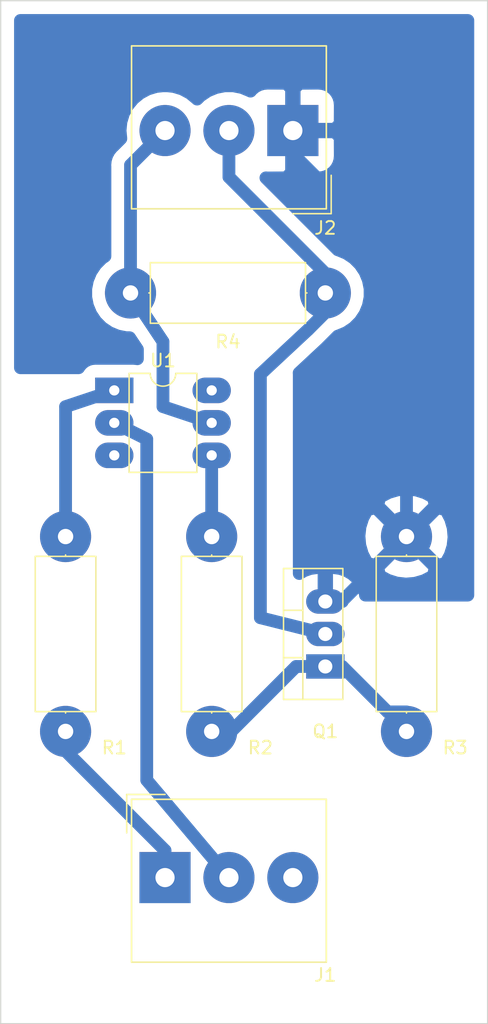
<source format=kicad_pcb>
(kicad_pcb (version 20171130) (host pcbnew "(5.1.4)-1")

  (general
    (thickness 1.6)
    (drawings 8)
    (tracks 35)
    (zones 0)
    (modules 8)
    (nets 12)
  )

  (page A4)
  (title_block
    (title "PCB - mainet-mega-rotary-pulse")
    (date 2021-03-12)
    (rev V0.1)
  )

  (layers
    (0 F.Cu signal hide)
    (31 B.Cu signal)
    (32 B.Adhes user hide)
    (33 F.Adhes user hide)
    (34 B.Paste user hide)
    (35 F.Paste user hide)
    (36 B.SilkS user hide)
    (37 F.SilkS user)
    (38 B.Mask user hide)
    (39 F.Mask user hide)
    (40 Dwgs.User user hide)
    (41 Cmts.User user hide)
    (42 Eco1.User user hide)
    (43 Eco2.User user hide)
    (44 Edge.Cuts user)
    (45 Margin user hide)
    (46 B.CrtYd user hide)
    (47 F.CrtYd user hide)
    (48 B.Fab user hide)
    (49 F.Fab user hide)
  )

  (setup
    (last_trace_width 1)
    (trace_clearance 0.2)
    (zone_clearance 0.508)
    (zone_45_only no)
    (trace_min 1)
    (via_size 0.8)
    (via_drill 0.4)
    (via_min_size 0.4)
    (via_min_drill 0.3)
    (uvia_size 0.3)
    (uvia_drill 0.1)
    (uvias_allowed no)
    (uvia_min_size 0.2)
    (uvia_min_drill 0.1)
    (edge_width 0.1)
    (segment_width 0.2)
    (pcb_text_width 0.3)
    (pcb_text_size 1.5 1.5)
    (mod_edge_width 0.15)
    (mod_text_size 1 1)
    (mod_text_width 0.15)
    (pad_size 4 4)
    (pad_drill 1.5)
    (pad_to_mask_clearance 0)
    (aux_axis_origin 0 0)
    (visible_elements 7FFFFFFF)
    (pcbplotparams
      (layerselection 0x010fc_ffffffff)
      (usegerberextensions false)
      (usegerberattributes false)
      (usegerberadvancedattributes false)
      (creategerberjobfile false)
      (excludeedgelayer true)
      (linewidth 0.100000)
      (plotframeref false)
      (viasonmask false)
      (mode 1)
      (useauxorigin false)
      (hpglpennumber 1)
      (hpglpenspeed 20)
      (hpglpendiameter 15.000000)
      (psnegative false)
      (psa4output false)
      (plotreference true)
      (plotvalue true)
      (plotinvisibletext false)
      (padsonsilk false)
      (subtractmaskfromsilk false)
      (outputformat 1)
      (mirror false)
      (drillshape 1)
      (scaleselection 1)
      (outputdirectory ""))
  )

  (net 0 "")
  (net 1 "Net-(J1-Pad3)")
  (net 2 /rotaryPulseOut-24V)
  (net 3 /+24V)
  (net 4 GNDD)
  (net 5 /rotaryPulseOutput)
  (net 6 /+5V)
  (net 7 "Net-(Q1-Pad1)")
  (net 8 "Net-(R1-Pad1)")
  (net 9 "Net-(R2-Pad1)")
  (net 10 "Net-(U1-Pad3)")
  (net 11 "Net-(U1-Pad6)")

  (net_class Default "This is the default net class."
    (clearance 0.2)
    (trace_width 1)
    (via_dia 0.8)
    (via_drill 0.4)
    (uvia_dia 0.3)
    (uvia_drill 0.1)
    (diff_pair_width 1)
    (diff_pair_gap 0.25)
    (add_net /+24V)
    (add_net /+5V)
    (add_net /rotaryPulseOut-24V)
    (add_net /rotaryPulseOutput)
    (add_net GNDD)
    (add_net "Net-(J1-Pad3)")
    (add_net "Net-(Q1-Pad1)")
    (add_net "Net-(R1-Pad1)")
    (add_net "Net-(R2-Pad1)")
    (add_net "Net-(U1-Pad3)")
    (add_net "Net-(U1-Pad6)")
  )

  (module Resistor_THT:R_Axial_DIN0414_L11.9mm_D4.5mm_P15.24mm_Horizontal (layer F.Cu) (tedit 604A3932) (tstamp 604A3B16)
    (at 170.18 53.34 270)
    (descr "Resistor, Axial_DIN0414 series, Axial, Horizontal, pin pitch=15.24mm, 2W, length*diameter=11.9*4.5mm^2, http://www.vishay.com/docs/20128/wkxwrx.pdf")
    (tags "Resistor Axial_DIN0414 series Axial Horizontal pin pitch 15.24mm 2W length 11.9mm diameter 4.5mm")
    (path /5F9873B0)
    (fp_text reference R1 (at 16.51 -3.81 180) (layer F.SilkS)
      (effects (font (size 1 1) (thickness 0.15)))
    )
    (fp_text value 2.2K (at 5.08 2.37 90) (layer F.Fab)
      (effects (font (size 1 1) (thickness 0.15)))
    )
    (fp_text user %R (at 5.08 0 90) (layer F.Fab)
      (effects (font (size 1 1) (thickness 0.15)))
    )
    (fp_line (start 16.69 -2.5) (end -1.45 -2.5) (layer F.CrtYd) (width 0.05))
    (fp_line (start 16.69 2.5) (end 16.69 -2.5) (layer F.CrtYd) (width 0.05))
    (fp_line (start -1.45 2.5) (end 16.69 2.5) (layer F.CrtYd) (width 0.05))
    (fp_line (start -1.45 -2.5) (end -1.45 2.5) (layer F.CrtYd) (width 0.05))
    (fp_line (start 13.8 0) (end 13.69 0) (layer F.SilkS) (width 0.12))
    (fp_line (start 1.44 0) (end 1.55 0) (layer F.SilkS) (width 0.12))
    (fp_line (start 13.69 -2.37) (end 1.55 -2.37) (layer F.SilkS) (width 0.12))
    (fp_line (start 13.69 2.37) (end 13.69 -2.37) (layer F.SilkS) (width 0.12))
    (fp_line (start 1.55 2.37) (end 13.69 2.37) (layer F.SilkS) (width 0.12))
    (fp_line (start 1.55 -2.37) (end 1.55 2.37) (layer F.SilkS) (width 0.12))
    (fp_line (start 15.24 0) (end 13.57 0) (layer F.Fab) (width 0.1))
    (fp_line (start 0 0) (end 1.67 0) (layer F.Fab) (width 0.1))
    (fp_line (start 13.57 -2.25) (end 1.67 -2.25) (layer F.Fab) (width 0.1))
    (fp_line (start 13.57 2.25) (end 13.57 -2.25) (layer F.Fab) (width 0.1))
    (fp_line (start 1.67 2.25) (end 13.57 2.25) (layer F.Fab) (width 0.1))
    (fp_line (start 1.67 -2.25) (end 1.67 2.25) (layer F.Fab) (width 0.1))
    (pad 2 thru_hole circle (at 15.24 0 270) (size 4 4) (drill 1.2) (layers *.Cu *.Mask)
      (net 3 /+24V))
    (pad 1 thru_hole circle (at 0 0 270) (size 4 4) (drill 1.2) (layers *.Cu *.Mask)
      (net 8 "Net-(R1-Pad1)"))
    (model ${KISYS3DMOD}/Resistor_THT.3dshapes/R_Axial_DIN0414_L11.9mm_D4.5mm_P15.24mm_Horizontal.wrl
      (at (xyz 0 0 0))
      (scale (xyz 1 1 1))
      (rotate (xyz 0 0 0))
    )
  )

  (module Resistor_THT:R_Axial_DIN0414_L11.9mm_D4.5mm_P15.24mm_Horizontal (layer F.Cu) (tedit 604A3948) (tstamp 604A324D)
    (at 181.61 53.34 270)
    (descr "Resistor, Axial_DIN0414 series, Axial, Horizontal, pin pitch=15.24mm, 2W, length*diameter=11.9*4.5mm^2, http://www.vishay.com/docs/20128/wkxwrx.pdf")
    (tags "Resistor Axial_DIN0414 series Axial Horizontal pin pitch 15.24mm 2W length 11.9mm diameter 4.5mm")
    (path /5F987394)
    (fp_text reference R2 (at 16.51 -3.81 180) (layer F.SilkS)
      (effects (font (size 1 1) (thickness 0.15)))
    )
    (fp_text value 1K (at 5.08 2.37 90) (layer F.Fab)
      (effects (font (size 1 1) (thickness 0.15)))
    )
    (fp_text user %R (at 5.08 0 90) (layer F.Fab)
      (effects (font (size 1 1) (thickness 0.15)))
    )
    (fp_line (start 16.69 -2.5) (end -1.45 -2.5) (layer F.CrtYd) (width 0.05))
    (fp_line (start 16.69 2.5) (end 16.69 -2.5) (layer F.CrtYd) (width 0.05))
    (fp_line (start -1.45 2.5) (end 16.69 2.5) (layer F.CrtYd) (width 0.05))
    (fp_line (start -1.45 -2.5) (end -1.45 2.5) (layer F.CrtYd) (width 0.05))
    (fp_line (start 13.8 0) (end 13.69 0) (layer F.SilkS) (width 0.12))
    (fp_line (start 1.44 0) (end 1.55 0) (layer F.SilkS) (width 0.12))
    (fp_line (start 13.69 -2.37) (end 1.55 -2.37) (layer F.SilkS) (width 0.12))
    (fp_line (start 13.69 2.37) (end 13.69 -2.37) (layer F.SilkS) (width 0.12))
    (fp_line (start 1.55 2.37) (end 13.69 2.37) (layer F.SilkS) (width 0.12))
    (fp_line (start 1.55 -2.37) (end 1.55 2.37) (layer F.SilkS) (width 0.12))
    (fp_line (start 15.24 0) (end 13.57 0) (layer F.Fab) (width 0.1))
    (fp_line (start 0 0) (end 1.67 0) (layer F.Fab) (width 0.1))
    (fp_line (start 13.57 -2.25) (end 1.67 -2.25) (layer F.Fab) (width 0.1))
    (fp_line (start 13.57 2.25) (end 13.57 -2.25) (layer F.Fab) (width 0.1))
    (fp_line (start 1.67 2.25) (end 13.57 2.25) (layer F.Fab) (width 0.1))
    (fp_line (start 1.67 -2.25) (end 1.67 2.25) (layer F.Fab) (width 0.1))
    (pad 2 thru_hole circle (at 15.24 0 270) (size 4 4) (drill 1.2) (layers *.Cu *.Mask)
      (net 7 "Net-(Q1-Pad1)"))
    (pad 1 thru_hole circle (at 0 0 270) (size 4 4) (drill 1.2) (layers *.Cu *.Mask)
      (net 9 "Net-(R2-Pad1)"))
    (model ${KISYS3DMOD}/Resistor_THT.3dshapes/R_Axial_DIN0414_L11.9mm_D4.5mm_P15.24mm_Horizontal.wrl
      (at (xyz 0 0 0))
      (scale (xyz 1 1 1))
      (rotate (xyz 0 0 0))
    )
  )

  (module Resistor_THT:R_Axial_DIN0414_L11.9mm_D4.5mm_P15.24mm_Horizontal (layer F.Cu) (tedit 604A3966) (tstamp 604A37B9)
    (at 196.85 53.34 270)
    (descr "Resistor, Axial_DIN0414 series, Axial, Horizontal, pin pitch=15.24mm, 2W, length*diameter=11.9*4.5mm^2, http://www.vishay.com/docs/20128/wkxwrx.pdf")
    (tags "Resistor Axial_DIN0414 series Axial Horizontal pin pitch 15.24mm 2W length 11.9mm diameter 4.5mm")
    (path /5F987386)
    (fp_text reference R3 (at 16.51 -3.81) (layer F.SilkS)
      (effects (font (size 1 1) (thickness 0.15)))
    )
    (fp_text value 6.8K (at 5.08 2.37 270) (layer F.Fab)
      (effects (font (size 1 1) (thickness 0.15)))
    )
    (fp_text user %R (at 5.274999 -0.855001 270) (layer F.Fab)
      (effects (font (size 1 1) (thickness 0.15)))
    )
    (fp_line (start 16.69 -2.5) (end -1.45 -2.5) (layer F.CrtYd) (width 0.05))
    (fp_line (start 16.69 2.5) (end 16.69 -2.5) (layer F.CrtYd) (width 0.05))
    (fp_line (start -1.45 2.5) (end 16.69 2.5) (layer F.CrtYd) (width 0.05))
    (fp_line (start -1.45 -2.5) (end -1.45 2.5) (layer F.CrtYd) (width 0.05))
    (fp_line (start 13.8 0) (end 13.69 0) (layer F.SilkS) (width 0.12))
    (fp_line (start 1.44 0) (end 1.55 0) (layer F.SilkS) (width 0.12))
    (fp_line (start 13.69 -2.37) (end 1.55 -2.37) (layer F.SilkS) (width 0.12))
    (fp_line (start 13.69 2.37) (end 13.69 -2.37) (layer F.SilkS) (width 0.12))
    (fp_line (start 1.55 2.37) (end 13.69 2.37) (layer F.SilkS) (width 0.12))
    (fp_line (start 1.55 -2.37) (end 1.55 2.37) (layer F.SilkS) (width 0.12))
    (fp_line (start 15.24 0) (end 13.57 0) (layer F.Fab) (width 0.1))
    (fp_line (start 0 0) (end 1.67 0) (layer F.Fab) (width 0.1))
    (fp_line (start 13.57 -2.25) (end 1.67 -2.25) (layer F.Fab) (width 0.1))
    (fp_line (start 13.57 2.25) (end 13.57 -2.25) (layer F.Fab) (width 0.1))
    (fp_line (start 1.67 2.25) (end 13.57 2.25) (layer F.Fab) (width 0.1))
    (fp_line (start 1.67 -2.25) (end 1.67 2.25) (layer F.Fab) (width 0.1))
    (pad 2 thru_hole circle (at 15.24 0 270) (size 4 4) (drill 1.2) (layers *.Cu *.Mask)
      (net 7 "Net-(Q1-Pad1)"))
    (pad 1 thru_hole circle (at 0 0 270) (size 4 4) (drill 1.2) (layers *.Cu *.Mask)
      (net 4 GNDD))
    (model ${KISYS3DMOD}/Resistor_THT.3dshapes/R_Axial_DIN0414_L11.9mm_D4.5mm_P15.24mm_Horizontal.wrl
      (at (xyz 0 0 0))
      (scale (xyz 1 1 1))
      (rotate (xyz 0 0 0))
    )
  )

  (module Resistor_THT:R_Axial_DIN0414_L11.9mm_D4.5mm_P15.24mm_Horizontal (layer F.Cu) (tedit 604A397C) (tstamp 604A327B)
    (at 175.26 34.29)
    (descr "Resistor, Axial_DIN0414 series, Axial, Horizontal, pin pitch=15.24mm, 2W, length*diameter=11.9*4.5mm^2, http://www.vishay.com/docs/20128/wkxwrx.pdf")
    (tags "Resistor Axial_DIN0414 series Axial Horizontal pin pitch 15.24mm 2W length 11.9mm diameter 4.5mm")
    (path /5F9873EB)
    (fp_text reference R4 (at 7.62 3.81) (layer F.SilkS)
      (effects (font (size 1 1) (thickness 0.15)))
    )
    (fp_text value 20k (at 5.08 2.37) (layer F.Fab)
      (effects (font (size 1 1) (thickness 0.15)))
    )
    (fp_text user %R (at 5.08 0) (layer F.Fab)
      (effects (font (size 1 1) (thickness 0.15)))
    )
    (fp_line (start 16.69 -2.5) (end -1.45 -2.5) (layer F.CrtYd) (width 0.05))
    (fp_line (start 16.69 2.5) (end 16.69 -2.5) (layer F.CrtYd) (width 0.05))
    (fp_line (start -1.45 2.5) (end 16.69 2.5) (layer F.CrtYd) (width 0.05))
    (fp_line (start -1.45 -2.5) (end -1.45 2.5) (layer F.CrtYd) (width 0.05))
    (fp_line (start 13.8 0) (end 13.69 0) (layer F.SilkS) (width 0.12))
    (fp_line (start 1.44 0) (end 1.55 0) (layer F.SilkS) (width 0.12))
    (fp_line (start 13.69 -2.37) (end 1.55 -2.37) (layer F.SilkS) (width 0.12))
    (fp_line (start 13.69 2.37) (end 13.69 -2.37) (layer F.SilkS) (width 0.12))
    (fp_line (start 1.55 2.37) (end 13.69 2.37) (layer F.SilkS) (width 0.12))
    (fp_line (start 1.55 -2.37) (end 1.55 2.37) (layer F.SilkS) (width 0.12))
    (fp_line (start 15.24 0) (end 13.57 0) (layer F.Fab) (width 0.1))
    (fp_line (start 0 0) (end 1.67 0) (layer F.Fab) (width 0.1))
    (fp_line (start 13.57 -2.25) (end 1.67 -2.25) (layer F.Fab) (width 0.1))
    (fp_line (start 13.57 2.25) (end 13.57 -2.25) (layer F.Fab) (width 0.1))
    (fp_line (start 1.67 2.25) (end 13.57 2.25) (layer F.Fab) (width 0.1))
    (fp_line (start 1.67 -2.25) (end 1.67 2.25) (layer F.Fab) (width 0.1))
    (pad 2 thru_hole circle (at 15.24 0) (size 4 4) (drill 1.2) (layers *.Cu *.Mask)
      (net 5 /rotaryPulseOutput))
    (pad 1 thru_hole circle (at 0 0) (size 4 4) (drill 1.2) (layers *.Cu *.Mask)
      (net 6 /+5V))
    (model ${KISYS3DMOD}/Resistor_THT.3dshapes/R_Axial_DIN0414_L11.9mm_D4.5mm_P15.24mm_Horizontal.wrl
      (at (xyz 0 0 0))
      (scale (xyz 1 1 1))
      (rotate (xyz 0 0 0))
    )
  )

  (module TerminalBlock_Altech:Altech_AK300_1x03_P5.00mm_45-Degree (layer F.Cu) (tedit 604A51EB) (tstamp 604A31EA)
    (at 177.96 80.01)
    (descr "Altech AK300 serie terminal block (Script generated with StandardBox.py) (http://www.altechcorp.com/PDFS/PCBMETRC.PDF)")
    (tags "Altech AK300 serie connector")
    (path /5FABEB04)
    (fp_text reference J1 (at 12.54 7.62) (layer F.SilkS)
      (effects (font (size 1 1) (thickness 0.15)))
    )
    (fp_text value Screw_Terminal_01x03 (at 5 7.5) (layer F.Fab)
      (effects (font (size 1 1) (thickness 0.15)))
    )
    (fp_text user %R (at 5 0.25) (layer F.Fab)
      (effects (font (size 1 1) (thickness 0.15)))
    )
    (fp_line (start -2.75 -6.25) (end -2.75 6.75) (layer F.CrtYd) (width 0.05))
    (fp_line (start -2.75 6.75) (end 12.75 6.75) (layer F.CrtYd) (width 0.05))
    (fp_line (start 12.75 -6.25) (end 12.75 6.75) (layer F.CrtYd) (width 0.05))
    (fp_line (start -2.75 -6.25) (end 12.75 -6.25) (layer F.CrtYd) (width 0.05))
    (fp_line (start -2.62 -6.12) (end -2.62 6.62) (layer F.SilkS) (width 0.12))
    (fp_line (start -2.62 6.62) (end 12.62 6.62) (layer F.SilkS) (width 0.12))
    (fp_line (start 12.62 -6.12) (end 12.62 6.62) (layer F.SilkS) (width 0.12))
    (fp_line (start -2.62 -6.12) (end 12.62 -6.12) (layer F.SilkS) (width 0.12))
    (fp_line (start -2.62 -6.12) (end -2.62 6.62) (layer F.SilkS) (width 0.12))
    (fp_line (start -2.62 6.62) (end 12.62 6.62) (layer F.SilkS) (width 0.12))
    (fp_line (start 12.62 -6.12) (end 12.62 6.62) (layer F.SilkS) (width 0.12))
    (fp_line (start -2.62 -6.12) (end 12.62 -6.12) (layer F.SilkS) (width 0.12))
    (fp_line (start -3 -6.5) (end 0 -6.5) (layer F.SilkS) (width 0.12))
    (fp_line (start -3 -3.5) (end -3 -6.5) (layer F.SilkS) (width 0.12))
    (fp_line (start -2.5 -5.5) (end -2 -6) (layer F.Fab) (width 0.1))
    (fp_line (start -2.5 6.5) (end -2.5 -5.5) (layer F.Fab) (width 0.1))
    (fp_line (start 12.5 6.5) (end -2.5 6.5) (layer F.Fab) (width 0.1))
    (fp_line (start 12.5 -6) (end 12.5 6.5) (layer F.Fab) (width 0.1))
    (fp_line (start -2 -6) (end 12.5 -6) (layer F.Fab) (width 0.1))
    (pad 3 thru_hole circle (at 10 0) (size 4 4) (drill 1.5) (layers *.Cu *.Mask)
      (net 1 "Net-(J1-Pad3)"))
    (pad 2 thru_hole circle (at 5 0) (size 4 4) (drill 1.5) (layers *.Cu *.Mask)
      (net 2 /rotaryPulseOut-24V))
    (pad 1 thru_hole rect (at 0 0) (size 4 4) (drill 1.5) (layers *.Cu *.Mask)
      (net 3 /+24V))
    (model ${KISYS3DMOD}/TerminalBlock_Altech.3dshapes/Altech_AK300_1x03_P5.00mm_45-Degree.wrl
      (at (xyz 0 0 0))
      (scale (xyz 1 1 1))
      (rotate (xyz 0 0 0))
    )
  )

  (module TerminalBlock_Altech:Altech_AK300_1x03_P5.00mm_45-Degree (layer F.Cu) (tedit 604A5258) (tstamp 604A3205)
    (at 187.96 21.59 180)
    (descr "Altech AK300 serie terminal block (Script generated with StandardBox.py) (http://www.altechcorp.com/PDFS/PCBMETRC.PDF)")
    (tags "Altech AK300 serie connector")
    (path /5F9873C9)
    (fp_text reference J2 (at -2.54 -7.62) (layer F.SilkS)
      (effects (font (size 1 1) (thickness 0.15)))
    )
    (fp_text value Screw_Terminal_01x03 (at 5 7.5) (layer F.Fab)
      (effects (font (size 1 1) (thickness 0.15)))
    )
    (fp_line (start -2 -6) (end 12.5 -6) (layer F.Fab) (width 0.1))
    (fp_line (start 12.5 -6) (end 12.5 6.5) (layer F.Fab) (width 0.1))
    (fp_line (start 12.5 6.5) (end -2.5 6.5) (layer F.Fab) (width 0.1))
    (fp_line (start -2.5 6.5) (end -2.5 -5.5) (layer F.Fab) (width 0.1))
    (fp_line (start -2.5 -5.5) (end -2 -6) (layer F.Fab) (width 0.1))
    (fp_line (start -3 -3.5) (end -3 -6.5) (layer F.SilkS) (width 0.12))
    (fp_line (start -3 -6.5) (end 0 -6.5) (layer F.SilkS) (width 0.12))
    (fp_line (start -2.62 -6.12) (end 12.62 -6.12) (layer F.SilkS) (width 0.12))
    (fp_line (start 12.62 -6.12) (end 12.62 6.62) (layer F.SilkS) (width 0.12))
    (fp_line (start -2.62 6.62) (end 12.62 6.62) (layer F.SilkS) (width 0.12))
    (fp_line (start -2.62 -6.12) (end -2.62 6.62) (layer F.SilkS) (width 0.12))
    (fp_line (start -2.62 -6.12) (end 12.62 -6.12) (layer F.SilkS) (width 0.12))
    (fp_line (start 12.62 -6.12) (end 12.62 6.62) (layer F.SilkS) (width 0.12))
    (fp_line (start -2.62 6.62) (end 12.62 6.62) (layer F.SilkS) (width 0.12))
    (fp_line (start -2.62 -6.12) (end -2.62 6.62) (layer F.SilkS) (width 0.12))
    (fp_line (start -2.75 -6.25) (end 12.75 -6.25) (layer F.CrtYd) (width 0.05))
    (fp_line (start 12.75 -6.25) (end 12.75 6.75) (layer F.CrtYd) (width 0.05))
    (fp_line (start -2.75 6.75) (end 12.75 6.75) (layer F.CrtYd) (width 0.05))
    (fp_line (start -2.75 -6.25) (end -2.75 6.75) (layer F.CrtYd) (width 0.05))
    (fp_text user %R (at 5 0.25) (layer F.Fab)
      (effects (font (size 1 1) (thickness 0.15)))
    )
    (pad 1 thru_hole rect (at 0 0 180) (size 4 4) (drill 1.5) (layers *.Cu *.Mask)
      (net 4 GNDD))
    (pad 2 thru_hole circle (at 5 0 180) (size 4 4) (drill 1.5) (layers *.Cu *.Mask)
      (net 5 /rotaryPulseOutput))
    (pad 3 thru_hole oval (at 10 0 180) (size 4 4) (drill 1.5) (layers *.Cu *.Mask)
      (net 6 /+5V))
    (model ${KISYS3DMOD}/TerminalBlock_Altech.3dshapes/Altech_AK300_1x03_P5.00mm_45-Degree.wrl
      (at (xyz 0 0 0))
      (scale (xyz 1 1 1))
      (rotate (xyz 0 0 0))
    )
  )

  (module Package_TO_SOT_THT:TO-220-3_Vertical (layer F.Cu) (tedit 604A38EC) (tstamp 604A321F)
    (at 190.5 63.5 90)
    (descr "TO-220-3, Vertical, RM 2.54mm, see https://www.vishay.com/docs/66542/to-220-1.pdf")
    (tags "TO-220-3 Vertical RM 2.54mm")
    (path /5F98737A)
    (fp_text reference Q1 (at -5.08 0 180) (layer F.SilkS)
      (effects (font (size 1 1) (thickness 0.15)))
    )
    (fp_text value BUK9518-55 (at 2.54 2.5 90) (layer F.Fab)
      (effects (font (size 1 1) (thickness 0.15)))
    )
    (fp_line (start -2.46 -3.15) (end -2.46 1.25) (layer F.Fab) (width 0.1))
    (fp_line (start -2.46 1.25) (end 7.54 1.25) (layer F.Fab) (width 0.1))
    (fp_line (start 7.54 1.25) (end 7.54 -3.15) (layer F.Fab) (width 0.1))
    (fp_line (start 7.54 -3.15) (end -2.46 -3.15) (layer F.Fab) (width 0.1))
    (fp_line (start -2.46 -1.88) (end 7.54 -1.88) (layer F.Fab) (width 0.1))
    (fp_line (start 0.69 -3.15) (end 0.69 -1.88) (layer F.Fab) (width 0.1))
    (fp_line (start 4.39 -3.15) (end 4.39 -1.88) (layer F.Fab) (width 0.1))
    (fp_line (start -2.58 -3.27) (end 7.66 -3.27) (layer F.SilkS) (width 0.12))
    (fp_line (start -2.58 1.371) (end 7.66 1.371) (layer F.SilkS) (width 0.12))
    (fp_line (start -2.58 -3.27) (end -2.58 1.371) (layer F.SilkS) (width 0.12))
    (fp_line (start 7.66 -3.27) (end 7.66 1.371) (layer F.SilkS) (width 0.12))
    (fp_line (start -2.58 -1.76) (end 7.66 -1.76) (layer F.SilkS) (width 0.12))
    (fp_line (start 0.69 -3.27) (end 0.69 -1.76) (layer F.SilkS) (width 0.12))
    (fp_line (start 4.391 -3.27) (end 4.391 -1.76) (layer F.SilkS) (width 0.12))
    (fp_line (start -2.71 -3.4) (end -2.71 1.51) (layer F.CrtYd) (width 0.05))
    (fp_line (start -2.71 1.51) (end 7.79 1.51) (layer F.CrtYd) (width 0.05))
    (fp_line (start 7.79 1.51) (end 7.79 -3.4) (layer F.CrtYd) (width 0.05))
    (fp_line (start 7.79 -3.4) (end -2.71 -3.4) (layer F.CrtYd) (width 0.05))
    (fp_text user %R (at 2.54 -4.27 90) (layer F.Fab)
      (effects (font (size 1 1) (thickness 0.15)))
    )
    (pad 1 thru_hole rect (at 0 0 90) (size 1.905 3) (drill 1.1) (layers *.Cu *.Mask)
      (net 7 "Net-(Q1-Pad1)"))
    (pad 2 thru_hole oval (at 2.54 0 90) (size 1.905 3) (drill 1.1) (layers *.Cu *.Mask)
      (net 5 /rotaryPulseOutput))
    (pad 3 thru_hole oval (at 5.08 0 90) (size 1.905 3) (drill 1.1) (layers *.Cu *.Mask)
      (net 4 GNDD))
    (model ${KISYS3DMOD}/Package_TO_SOT_THT.3dshapes/TO-220-3_Vertical.wrl
      (at (xyz 0 0 0))
      (scale (xyz 1 1 1))
      (rotate (xyz 0 0 0))
    )
  )

  (module Package_DIP:DIP-6_W7.62mm (layer F.Cu) (tedit 604A507E) (tstamp 604A3295)
    (at 173.99 41.91)
    (descr "6-lead though-hole mounted DIP package, row spacing 7.62 mm (300 mils)")
    (tags "THT DIP DIL PDIP 2.54mm 7.62mm 300mil")
    (path /5F987380)
    (fp_text reference U1 (at 3.81 -2.33) (layer F.SilkS)
      (effects (font (size 1 1) (thickness 0.15)))
    )
    (fp_text value 4N38 (at 3.81 7.41) (layer F.Fab)
      (effects (font (size 1 1) (thickness 0.15)))
    )
    (fp_arc (start 3.81 -1.33) (end 2.81 -1.33) (angle -180) (layer F.SilkS) (width 0.12))
    (fp_line (start 1.635 -1.27) (end 6.985 -1.27) (layer F.Fab) (width 0.1))
    (fp_line (start 6.985 -1.27) (end 6.985 6.35) (layer F.Fab) (width 0.1))
    (fp_line (start 6.985 6.35) (end 0.635 6.35) (layer F.Fab) (width 0.1))
    (fp_line (start 0.635 6.35) (end 0.635 -0.27) (layer F.Fab) (width 0.1))
    (fp_line (start 0.635 -0.27) (end 1.635 -1.27) (layer F.Fab) (width 0.1))
    (fp_line (start 2.81 -1.33) (end 1.16 -1.33) (layer F.SilkS) (width 0.12))
    (fp_line (start 1.16 -1.33) (end 1.16 6.41) (layer F.SilkS) (width 0.12))
    (fp_line (start 1.16 6.41) (end 6.46 6.41) (layer F.SilkS) (width 0.12))
    (fp_line (start 6.46 6.41) (end 6.46 -1.33) (layer F.SilkS) (width 0.12))
    (fp_line (start 6.46 -1.33) (end 4.81 -1.33) (layer F.SilkS) (width 0.12))
    (fp_line (start -1.1 -1.55) (end -1.1 6.6) (layer F.CrtYd) (width 0.05))
    (fp_line (start -1.1 6.6) (end 8.7 6.6) (layer F.CrtYd) (width 0.05))
    (fp_line (start 8.7 6.6) (end 8.7 -1.55) (layer F.CrtYd) (width 0.05))
    (fp_line (start 8.7 -1.55) (end -1.1 -1.55) (layer F.CrtYd) (width 0.05))
    (fp_text user %R (at 3.81 2.54) (layer F.Fab)
      (effects (font (size 1 1) (thickness 0.15)))
    )
    (pad 1 thru_hole rect (at 0 0) (size 3 2) (drill 0.8) (layers *.Cu *.Mask)
      (net 8 "Net-(R1-Pad1)"))
    (pad 4 thru_hole oval (at 7.62 5.08) (size 3 2) (drill 0.8) (layers *.Cu *.Mask)
      (net 9 "Net-(R2-Pad1)"))
    (pad 2 thru_hole oval (at 0 2.54) (size 3 2) (drill 0.8) (layers *.Cu *.Mask)
      (net 2 /rotaryPulseOut-24V))
    (pad 5 thru_hole oval (at 7.62 2.54) (size 3 2) (drill 0.8) (layers *.Cu *.Mask)
      (net 6 /+5V))
    (pad 3 thru_hole oval (at 0 5.08) (size 3 2) (drill 0.8) (layers *.Cu *.Mask)
      (net 10 "Net-(U1-Pad3)"))
    (pad 6 thru_hole oval (at 7.62 0) (size 3 2) (drill 0.8) (layers *.Cu *.Mask)
      (net 11 "Net-(U1-Pad6)"))
    (model ${KISYS3DMOD}/Package_DIP.3dshapes/DIP-6_W7.62mm.wrl
      (at (xyz 0 0 0))
      (scale (xyz 1 1 1))
      (rotate (xyz 0 0 0))
    )
  )

  (gr_line (start 165.1 91.44) (end 165.1 11.43) (layer Edge.Cuts) (width 0.1) (tstamp 609BE5E2))
  (gr_line (start 203.2 91.44) (end 165.1 91.44) (layer Edge.Cuts) (width 0.1))
  (gr_line (start 203.2 11.43) (end 203.2 91.44) (layer Edge.Cuts) (width 0.1))
  (gr_line (start 165.1 11.43) (end 203.2 11.43) (layer Edge.Cuts) (width 0.1))
  (gr_line (start 203.2 11.43) (end 203.2 91.44) (layer Margin) (width 0.15) (tstamp 604A51F6))
  (gr_line (start 165.1 11.43) (end 203.2 11.43) (layer Margin) (width 0.15))
  (gr_line (start 165.1 91.44) (end 165.1 11.43) (layer Margin) (width 0.15))
  (gr_line (start 203.2 91.44) (end 165.1 91.44) (layer Margin) (width 0.15))

  (segment (start 176.53 72.39) (end 182.96 80.01) (width 1) (layer B.Cu) (net 2))
  (segment (start 173.99 44.45) (end 176.53 45.72) (width 1) (layer B.Cu) (net 2))
  (segment (start 176.53 45.72) (end 176.53 72.39) (width 1) (layer B.Cu) (net 2))
  (segment (start 170.18 68.58) (end 170.18 70.1053) (width 1) (layer B.Cu) (net 3))
  (segment (start 177.96 80.01) (end 177.96 77.8853) (width 1) (layer B.Cu) (net 3))
  (segment (start 177.96 77.8853) (end 170.18 70.1053) (width 1) (layer B.Cu) (net 3))
  (segment (start 187.96 21.59) (end 187.96 23.4153) (width 1) (layer B.Cu) (net 4))
  (segment (start 187.96 23.4153) (end 196.85 32.3053) (width 1) (layer B.Cu) (net 4))
  (segment (start 196.85 32.3053) (end 196.85 53.34) (width 1) (layer B.Cu) (net 4))
  (segment (start 190.5 58.42) (end 191.8253 58.42) (width 1) (layer B.Cu) (net 4))
  (segment (start 191.8253 58.42) (end 191.8253 58.3647) (width 1) (layer B.Cu) (net 4))
  (segment (start 191.8253 58.3647) (end 196.85 53.34) (width 1) (layer B.Cu) (net 4))
  (segment (start 190.5 34.29) (end 190.5 32.7647) (width 1) (layer B.Cu) (net 5))
  (segment (start 182.96 21.59) (end 182.96 25.2247) (width 1) (layer B.Cu) (net 5))
  (segment (start 182.96 25.2247) (end 190.5 32.7647) (width 1) (layer B.Cu) (net 5))
  (segment (start 185.42 59.69) (end 190.5 60.96) (width 1) (layer B.Cu) (net 5))
  (segment (start 185.42 40.64) (end 185.42 59.69) (width 1) (layer B.Cu) (net 5))
  (segment (start 189.1594 37.1559) (end 185.42 40.64) (width 1) (layer B.Cu) (net 5))
  (segment (start 190.5 34.29) (end 190.5 35.8153) (width 1) (layer B.Cu) (net 5))
  (segment (start 190.5 35.8153) (end 189.1594 37.1559) (width 1) (layer B.Cu) (net 5))
  (segment (start 177.96 21.59) (end 175.26 24.29) (width 1) (layer B.Cu) (net 6))
  (segment (start 175.26 24.29) (end 175.26 34.29) (width 1) (layer B.Cu) (net 6))
  (segment (start 177.8 38.1) (end 175.26 34.29) (width 1) (layer B.Cu) (net 6))
  (segment (start 181.61 44.45) (end 177.8 43.18) (width 1) (layer B.Cu) (net 6))
  (segment (start 177.8 43.18) (end 177.8 38.1) (width 1) (layer B.Cu) (net 6))
  (segment (start 196.85 68.58) (end 196.85 67.0547) (width 1) (layer B.Cu) (net 7))
  (segment (start 190.5 63.5) (end 191.8253 63.5) (width 1) (layer B.Cu) (net 7))
  (segment (start 191.8253 63.5) (end 195.38 67.0547) (width 1) (layer B.Cu) (net 7))
  (segment (start 195.38 67.0547) (end 196.85 67.0547) (width 1) (layer B.Cu) (net 7))
  (segment (start 183.1353 68.58) (end 188.2153 63.5) (width 1) (layer B.Cu) (net 7))
  (segment (start 188.2153 63.5) (end 190.5 63.5) (width 1) (layer B.Cu) (net 7))
  (segment (start 181.61 68.58) (end 183.1353 68.58) (width 1) (layer B.Cu) (net 7))
  (segment (start 170.18 43.18) (end 173.99 41.91) (width 1) (layer B.Cu) (net 8))
  (segment (start 170.18 53.34) (end 170.18 43.18) (width 1) (layer B.Cu) (net 8))
  (segment (start 181.61 46.99) (end 181.61 53.34) (width 1) (layer B.Cu) (net 9))

  (zone (net 4) (net_name GNDD) (layer B.Cu) (tstamp 0) (hatch edge 0.508)
    (connect_pads (clearance 1))
    (min_thickness 1)
    (fill yes (arc_segments 32) (thermal_gap 1.2) (thermal_bridge_width 1.2))
    (polygon
      (pts
        (xy 165.1 11.43) (xy 203.2 11.43) (xy 203.2 58.42) (xy 187.96 58.42) (xy 187.96 40.64)
        (xy 165.1 40.64)
      )
    )
    (filled_polygon
      (pts
        (xy 201.650001 57.92) (xy 193.6376 57.92) (xy 193.649837 57.906584) (xy 193.536359 57.49732) (xy 193.30853 57.029497)
        (xy 192.993811 56.61511) (xy 192.604297 56.270084) (xy 192.154956 56.007678) (xy 191.663056 55.837976) (xy 191.1475 55.7675)
        (xy 190.6 55.7675) (xy 190.6 57.92) (xy 190.4 57.92) (xy 190.4 55.7675) (xy 189.8525 55.7675)
        (xy 189.336944 55.837976) (xy 188.845044 56.007678) (xy 188.46 56.232536) (xy 188.46 55.738071) (xy 194.593351 55.738071)
        (xy 194.746364 56.405538) (xy 195.384842 56.757033) (xy 196.079624 56.977214) (xy 196.804012 57.057619) (xy 197.530167 56.995157)
        (xy 198.230183 56.792231) (xy 198.877161 56.456637) (xy 198.953636 56.405538) (xy 199.106649 55.738071) (xy 196.85 53.481421)
        (xy 194.593351 55.738071) (xy 188.46 55.738071) (xy 188.46 53.294012) (xy 193.132381 53.294012) (xy 193.194843 54.020167)
        (xy 193.397769 54.720183) (xy 193.733363 55.367161) (xy 193.784462 55.443636) (xy 194.451929 55.596649) (xy 196.708579 53.34)
        (xy 196.991421 53.34) (xy 199.248071 55.596649) (xy 199.915538 55.443636) (xy 200.267033 54.805158) (xy 200.487214 54.110376)
        (xy 200.567619 53.385988) (xy 200.505157 52.659833) (xy 200.302231 51.959817) (xy 199.966637 51.312839) (xy 199.915538 51.236364)
        (xy 199.248071 51.083351) (xy 196.991421 53.34) (xy 196.708579 53.34) (xy 194.451929 51.083351) (xy 193.784462 51.236364)
        (xy 193.432967 51.874842) (xy 193.212786 52.569624) (xy 193.132381 53.294012) (xy 188.46 53.294012) (xy 188.46 50.941929)
        (xy 194.593351 50.941929) (xy 196.85 53.198579) (xy 199.106649 50.941929) (xy 198.953636 50.274462) (xy 198.315158 49.922967)
        (xy 197.620376 49.702786) (xy 196.895988 49.622381) (xy 196.169833 49.684843) (xy 195.469817 49.887769) (xy 194.822839 50.223363)
        (xy 194.746364 50.274462) (xy 194.593351 50.941929) (xy 188.46 50.941929) (xy 188.46 40.64) (xy 188.451081 40.549439)
        (xy 190.476793 38.662029) (xy 190.504138 38.639588) (xy 190.548615 38.595111) (xy 190.594665 38.552205) (xy 190.618073 38.525653)
        (xy 191.480114 37.663612) (xy 191.520912 37.655497) (xy 192.157872 37.39166) (xy 192.73112 37.008628) (xy 193.218628 36.52112)
        (xy 193.60166 35.947872) (xy 193.865497 35.310912) (xy 194 34.63472) (xy 194 33.94528) (xy 193.865497 33.269088)
        (xy 193.60166 32.632128) (xy 193.218628 32.05888) (xy 192.73112 31.571372) (xy 192.157872 31.18834) (xy 191.520912 30.924503)
        (xy 191.480115 30.916388) (xy 185.85124 25.287514) (xy 185.96 25.298226) (xy 187.435 25.29) (xy 187.86 24.865)
        (xy 187.86 21.69) (xy 188.06 21.69) (xy 188.06 24.865) (xy 188.485 25.29) (xy 189.96 25.298226)
        (xy 190.293258 25.265403) (xy 190.61371 25.168195) (xy 190.90904 25.010338) (xy 191.167898 24.797898) (xy 191.380338 24.53904)
        (xy 191.538195 24.24371) (xy 191.635403 23.923258) (xy 191.668226 23.59) (xy 191.66 22.115) (xy 191.235 21.69)
        (xy 188.06 21.69) (xy 187.86 21.69) (xy 187.84 21.69) (xy 187.84 21.49) (xy 187.86 21.49)
        (xy 187.86 18.315) (xy 188.06 18.315) (xy 188.06 21.49) (xy 191.235 21.49) (xy 191.66 21.065)
        (xy 191.668226 19.59) (xy 191.635403 19.256742) (xy 191.538195 18.93629) (xy 191.380338 18.64096) (xy 191.167898 18.382102)
        (xy 190.90904 18.169662) (xy 190.61371 18.011805) (xy 190.293258 17.914597) (xy 189.96 17.881774) (xy 188.485 17.89)
        (xy 188.06 18.315) (xy 187.86 18.315) (xy 187.435 17.89) (xy 185.96 17.881774) (xy 185.626742 17.914597)
        (xy 185.30629 18.011805) (xy 185.01096 18.169662) (xy 184.752102 18.382102) (xy 184.648254 18.508641) (xy 184.617872 18.48834)
        (xy 183.980912 18.224503) (xy 183.30472 18.09) (xy 182.61528 18.09) (xy 181.939088 18.224503) (xy 181.302128 18.48834)
        (xy 180.72888 18.871372) (xy 180.4695 19.130752) (xy 180.446849 19.103151) (xy 179.913904 18.665775) (xy 179.305873 18.340776)
        (xy 178.64612 18.140642) (xy 178.131944 18.09) (xy 177.788056 18.09) (xy 177.27388 18.140642) (xy 176.614127 18.340776)
        (xy 176.006096 18.665775) (xy 175.473151 19.103151) (xy 175.035775 19.636096) (xy 174.710776 20.244127) (xy 174.510642 20.90388)
        (xy 174.443065 21.59) (xy 174.504797 22.216777) (xy 173.915265 22.806309) (xy 173.838944 22.868944) (xy 173.589015 23.173483)
        (xy 173.403301 23.520931) (xy 173.288938 23.897932) (xy 173.26 24.191748) (xy 173.26 24.191757) (xy 173.250324 24.29)
        (xy 173.26 24.388243) (xy 173.260001 31.416942) (xy 173.02888 31.571372) (xy 172.541372 32.05888) (xy 172.15834 32.632128)
        (xy 171.894503 33.269088) (xy 171.76 33.94528) (xy 171.76 34.63472) (xy 171.894503 35.310912) (xy 172.15834 35.947872)
        (xy 172.541372 36.52112) (xy 173.02888 37.008628) (xy 173.602128 37.39166) (xy 174.239088 37.655497) (xy 174.91528 37.79)
        (xy 175.189633 37.79) (xy 175.800001 38.705552) (xy 175.800001 39.436543) (xy 175.784051 39.431705) (xy 175.49 39.402743)
        (xy 172.49 39.402743) (xy 172.195949 39.431705) (xy 171.913198 39.517476) (xy 171.652613 39.656762) (xy 171.424208 39.844208)
        (xy 171.236762 40.072613) (xy 171.200743 40.14) (xy 166.65 40.14) (xy 166.65 12.98) (xy 201.65 12.98)
      )
    )
  )
)

</source>
